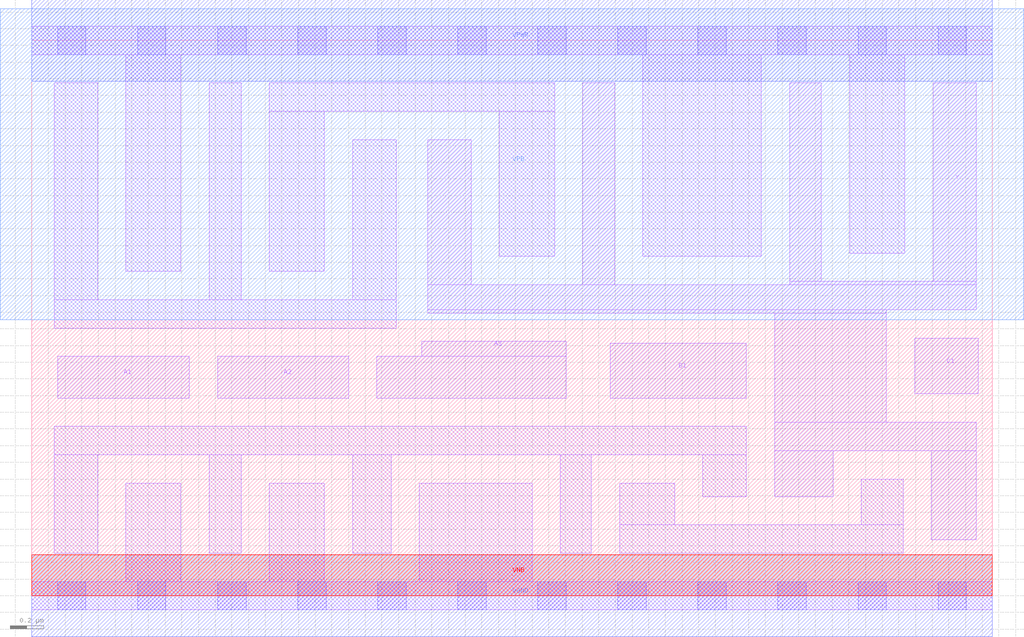
<source format=lef>
# Copyright 2020 The SkyWater PDK Authors
#
# Licensed under the Apache License, Version 2.0 (the "License");
# you may not use this file except in compliance with the License.
# You may obtain a copy of the License at
#
#     https://www.apache.org/licenses/LICENSE-2.0
#
# Unless required by applicable law or agreed to in writing, software
# distributed under the License is distributed on an "AS IS" BASIS,
# WITHOUT WARRANTIES OR CONDITIONS OF ANY KIND, either express or implied.
# See the License for the specific language governing permissions and
# limitations under the License.
#
# SPDX-License-Identifier: Apache-2.0

VERSION 5.7 ;
  NOWIREEXTENSIONATPIN ON ;
  DIVIDERCHAR "/" ;
  BUSBITCHARS "[]" ;
MACRO sky130_fd_sc_lp__o311ai_2
  CLASS CORE ;
  FOREIGN sky130_fd_sc_lp__o311ai_2 ;
  ORIGIN  0.000000  0.000000 ;
  SIZE  5.760000 BY  3.330000 ;
  SYMMETRY X Y R90 ;
  SITE unit ;
  PIN A1
    ANTENNAGATEAREA  0.630000 ;
    DIRECTION INPUT ;
    USE SIGNAL ;
    PORT
      LAYER li1 ;
        RECT 0.155000 1.185000 0.945000 1.435000 ;
    END
  END A1
  PIN A2
    ANTENNAGATEAREA  0.630000 ;
    DIRECTION INPUT ;
    USE SIGNAL ;
    PORT
      LAYER li1 ;
        RECT 1.115000 1.185000 1.900000 1.435000 ;
    END
  END A2
  PIN A3
    ANTENNAGATEAREA  0.630000 ;
    DIRECTION INPUT ;
    USE SIGNAL ;
    PORT
      LAYER li1 ;
        RECT 2.070000 1.185000 3.205000 1.435000 ;
        RECT 2.340000 1.435000 3.205000 1.525000 ;
    END
  END A3
  PIN B1
    ANTENNAGATEAREA  0.630000 ;
    DIRECTION INPUT ;
    USE SIGNAL ;
    PORT
      LAYER li1 ;
        RECT 3.470000 1.185000 4.285000 1.515000 ;
    END
  END B1
  PIN C1
    ANTENNAGATEAREA  0.630000 ;
    DIRECTION INPUT ;
    USE SIGNAL ;
    PORT
      LAYER li1 ;
        RECT 5.295000 1.210000 5.675000 1.545000 ;
    END
  END C1
  PIN Y
    ANTENNADIFFAREA  1.818600 ;
    DIRECTION OUTPUT ;
    USE SIGNAL ;
    PORT
      LAYER li1 ;
        RECT 2.375000 1.695000 5.125000 1.715000 ;
        RECT 2.375000 1.715000 5.665000 1.865000 ;
        RECT 2.375000 1.865000 2.635000 2.735000 ;
        RECT 3.305000 1.865000 3.495000 3.075000 ;
        RECT 4.455000 0.595000 4.805000 0.870000 ;
        RECT 4.455000 0.870000 5.665000 1.040000 ;
        RECT 4.455000 1.040000 5.125000 1.695000 ;
        RECT 4.545000 1.865000 5.665000 1.885000 ;
        RECT 4.545000 1.885000 4.735000 3.075000 ;
        RECT 5.395000 0.335000 5.665000 0.870000 ;
        RECT 5.405000 1.885000 5.665000 3.075000 ;
    END
  END Y
  PIN VGND
    DIRECTION INOUT ;
    USE GROUND ;
    PORT
      LAYER met1 ;
        RECT 0.000000 -0.245000 5.760000 0.245000 ;
    END
  END VGND
  PIN VNB
    DIRECTION INOUT ;
    USE GROUND ;
    PORT
      LAYER pwell ;
        RECT 0.000000 0.000000 5.760000 0.245000 ;
    END
  END VNB
  PIN VPB
    DIRECTION INOUT ;
    USE POWER ;
    PORT
      LAYER nwell ;
        RECT -0.190000 1.655000 5.950000 3.520000 ;
    END
  END VPB
  PIN VPWR
    DIRECTION INOUT ;
    USE POWER ;
    PORT
      LAYER met1 ;
        RECT 0.000000 3.085000 5.760000 3.575000 ;
    END
  END VPWR
  OBS
    LAYER li1 ;
      RECT 0.000000 -0.085000 5.760000 0.085000 ;
      RECT 0.000000  3.245000 5.760000 3.415000 ;
      RECT 0.135000  0.255000 0.395000 0.845000 ;
      RECT 0.135000  0.845000 4.285000 1.015000 ;
      RECT 0.135000  1.605000 2.185000 1.775000 ;
      RECT 0.135000  1.775000 0.395000 3.075000 ;
      RECT 0.565000  0.085000 0.895000 0.675000 ;
      RECT 0.565000  1.945000 0.895000 3.245000 ;
      RECT 1.065000  0.255000 1.255000 0.845000 ;
      RECT 1.065000  1.775000 1.255000 3.075000 ;
      RECT 1.425000  0.085000 1.755000 0.675000 ;
      RECT 1.425000  1.945000 1.755000 2.905000 ;
      RECT 1.425000  2.905000 3.135000 3.075000 ;
      RECT 1.925000  0.255000 2.155000 0.845000 ;
      RECT 1.925000  1.775000 2.185000 2.735000 ;
      RECT 2.325000  0.085000 3.000000 0.675000 ;
      RECT 2.805000  2.035000 3.135000 2.905000 ;
      RECT 3.170000  0.255000 3.355000 0.845000 ;
      RECT 3.525000  0.255000 5.225000 0.425000 ;
      RECT 3.525000  0.425000 3.855000 0.675000 ;
      RECT 3.665000  2.035000 4.375000 3.245000 ;
      RECT 4.025000  0.595000 4.285000 0.845000 ;
      RECT 4.905000  2.055000 5.235000 3.245000 ;
      RECT 4.975000  0.425000 5.225000 0.700000 ;
    LAYER mcon ;
      RECT 0.155000 -0.085000 0.325000 0.085000 ;
      RECT 0.155000  3.245000 0.325000 3.415000 ;
      RECT 0.635000 -0.085000 0.805000 0.085000 ;
      RECT 0.635000  3.245000 0.805000 3.415000 ;
      RECT 1.115000 -0.085000 1.285000 0.085000 ;
      RECT 1.115000  3.245000 1.285000 3.415000 ;
      RECT 1.595000 -0.085000 1.765000 0.085000 ;
      RECT 1.595000  3.245000 1.765000 3.415000 ;
      RECT 2.075000 -0.085000 2.245000 0.085000 ;
      RECT 2.075000  3.245000 2.245000 3.415000 ;
      RECT 2.555000 -0.085000 2.725000 0.085000 ;
      RECT 2.555000  3.245000 2.725000 3.415000 ;
      RECT 3.035000 -0.085000 3.205000 0.085000 ;
      RECT 3.035000  3.245000 3.205000 3.415000 ;
      RECT 3.515000 -0.085000 3.685000 0.085000 ;
      RECT 3.515000  3.245000 3.685000 3.415000 ;
      RECT 3.995000 -0.085000 4.165000 0.085000 ;
      RECT 3.995000  3.245000 4.165000 3.415000 ;
      RECT 4.475000 -0.085000 4.645000 0.085000 ;
      RECT 4.475000  3.245000 4.645000 3.415000 ;
      RECT 4.955000 -0.085000 5.125000 0.085000 ;
      RECT 4.955000  3.245000 5.125000 3.415000 ;
      RECT 5.435000 -0.085000 5.605000 0.085000 ;
      RECT 5.435000  3.245000 5.605000 3.415000 ;
  END
END sky130_fd_sc_lp__o311ai_2
END LIBRARY

</source>
